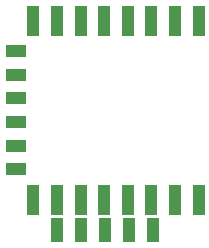
<source format=gbr>
%TF.GenerationSoftware,KiCad,Pcbnew,5.1.5+dfsg1-2build2*%
%TF.CreationDate,2021-07-18T22:40:15+02:00*%
%TF.ProjectId,wb2s,77623273-2e6b-4696-9361-645f70636258,rev?*%
%TF.SameCoordinates,Original*%
%TF.FileFunction,Soldermask,Top*%
%TF.FilePolarity,Negative*%
%FSLAX46Y46*%
G04 Gerber Fmt 4.6, Leading zero omitted, Abs format (unit mm)*
G04 Created by KiCad (PCBNEW 5.1.5+dfsg1-2build2) date 2021-07-18 22:40:15*
%MOMM*%
%LPD*%
G04 APERTURE LIST*
%ADD10R,1.000000X2.500000*%
%ADD11R,1.800000X1.000000*%
%ADD12R,1.000000X2.000000*%
G04 APERTURE END LIST*
D10*
%TO.C,U1*%
X102052000Y-107335000D03*
X100052000Y-107335000D03*
X98052000Y-107335000D03*
X96052000Y-107335000D03*
X94052000Y-107335000D03*
X92052000Y-107335000D03*
X90052000Y-107335000D03*
X88052000Y-107335000D03*
D11*
X86552000Y-109935000D03*
X86552000Y-111935000D03*
X86552000Y-113935000D03*
X86552000Y-115935000D03*
X86552000Y-117935000D03*
X86552000Y-119935000D03*
D10*
X88052000Y-122535000D03*
X90052000Y-122535000D03*
X92052000Y-122535000D03*
X94052000Y-122535000D03*
X96052000Y-122535000D03*
X98052000Y-122535000D03*
X100052000Y-122535000D03*
X102052000Y-122535000D03*
%TD*%
D12*
%TO.C,J2*%
X94107000Y-125095000D03*
%TD*%
%TO.C,J3*%
X96139000Y-125095000D03*
%TD*%
%TO.C,J4*%
X98171000Y-125095000D03*
%TD*%
%TO.C,J8*%
X90043000Y-125095000D03*
%TD*%
%TO.C,J9*%
X92075000Y-125095000D03*
%TD*%
M02*

</source>
